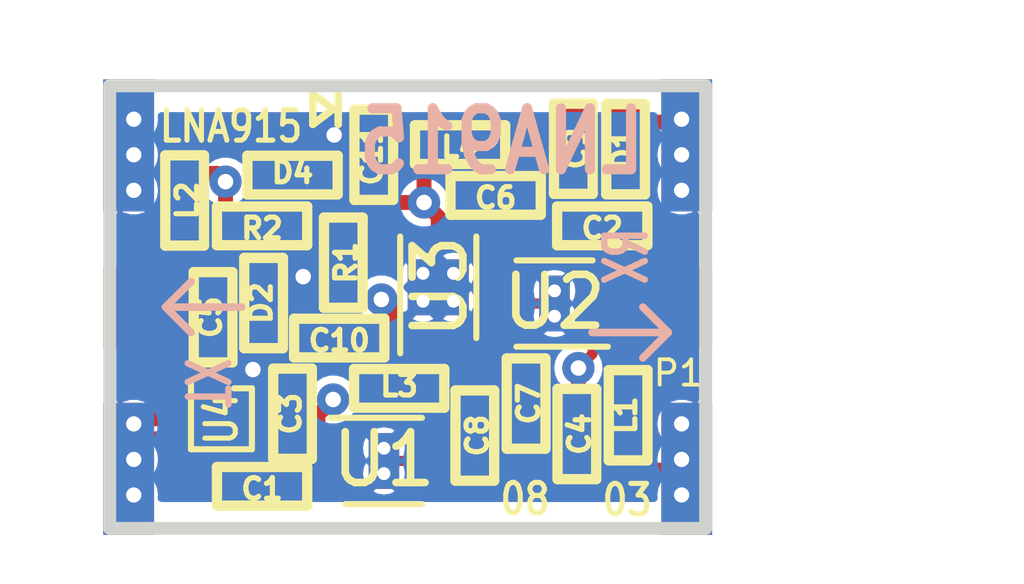
<source format=kicad_pcb>
(kicad_pcb (version 20221018) (generator pcbnew)
  (layers (0 "F.Cu" signal) (1 "In1.Cu" signal) (2 "In2.Cu" signal) (31 "B.Cu" signal) (34 "B.Paste" user) (35 "F.Paste" user) (36 "B.SilkS" user "B.Silkscreen") (37 "F.SilkS" user "F.Silkscreen") (38 "B.Mask" user) (39 "F.Mask" user) (44 "Edge.Cuts" user))
  (net 0 "")
  (net 1 "GND")
  (net 2 "VCC")
  (net 3 "Net-(C1-Pad1)")
  (net 4 "Net-(C1-Pad2)")
  (net 5 "Net-(C2-Pad1)")
  (net 6 "Net-(C2-Pad2)")
  (net 7 "Net-(C5-Pad1)")
  (net 8 "Net-(C5-Pad2)")
  (net 9 "Net-(C7-Pad2)")
  (net 10 "Net-(C8-Pad1)")
  (net 11 "Net-(C8-Pad2)")
  (net 12 "Net-(C10-Pad2)")
  (net 13 "Net-(C7-Pad1)")
  (net 14 "Net-(D4-Pad2)")
  (net 15 "Net-(C6-Pad1)")
  (net 16 "Net-(C6-Pad2)")
  (net 17 "Net-(R1-Pad2)")
  (footprint "gsg-modules:0402" (layer "F.Cu") (at 128.6 97.4 180)
    (fp_text reference "D4" (at 0 0.0508) (layer "F.SilkS") (effects (font (size 0.4064 0.4064) (thickness 0.1016))))
    (fp_text value "LNALED" hide)
    (fp_line (start -0.889 -0.381) (end 0.889 -0.381) (stroke (width 0.2032)) (layer "F.SilkS"))
    (fp_line (start -0.889 0.381) (end -0.889 -0.381) (stroke (width 0.2032)) (layer "F.SilkS"))
    (fp_line (start 0.889 -0.381) (end 0.889 0.381) (stroke (width 0.2032)) (layer "F.SilkS"))
    (fp_line (start 0.889 0.381) (end -0.889 0.381) (stroke (width 0.2032)) (layer "F.SilkS"))
    (pad "1" smd rect (at -0.5334 0 180) (size 0.508 0.5588) (layers "F.Cu" "F.Paste" "F.Mask") (net 1 "GND"))
    (pad "2" smd rect (at 0.5334 0 180) (size 0.508 0.5588) (layers "F.Cu" "F.Paste" "F.Mask") (net 14 "Net-(D4-Pad2)"))
  )
  (footprint "gsg-modules:0402" (layer "F.Cu") (at 134.2 102.5 90)
    (fp_text reference "C4" (at 0 0.0508 90) (layer "F.SilkS") (effects (font (size 0.4064 0.4064) (thickness 0.1016))))
    (fp_text value "100pF" hide)
    (fp_line (start -0.889 -0.381) (end 0.889 -0.381) (stroke (width 0.2032)) (layer "F.SilkS"))
    (fp_line (start -0.889 0.381) (end -0.889 -0.381) (stroke (width 0.2032)) (layer "F.SilkS"))
    (fp_line (start 0.889 -0.381) (end 0.889 0.381) (stroke (width 0.2032)) (layer "F.SilkS"))
    (fp_line (start 0.889 0.381) (end -0.889 0.381) (stroke (width 0.2032)) (layer "F.SilkS"))
    (pad "1" smd rect (at -0.5334 0 90) (size 0.508 0.5588) (layers "F.Cu" "F.Paste" "F.Mask") (net 1 "GND"))
    (pad "2" smd rect (at 0.5334 0 90) (size 0.508 0.5588) (layers "F.Cu" "F.Paste" "F.Mask") (net 2 "VCC"))
  )
  (footprint "gsg-modules:0402" (layer "F.Cu") (at 127.035 100.2 -90)
    (fp_text reference "C5" (at 0 0.0508 90) (layer "F.SilkS") (effects (font (size 0.4064 0.4064) (thickness 0.1016))))
    (fp_text value "100pF" hide)
    (fp_line (start -0.889 -0.381) (end 0.889 -0.381) (stroke (width 0.2032)) (layer "F.SilkS"))
    (fp_line (start -0.889 0.381) (end -0.889 -0.381) (stroke (width 0.2032)) (layer "F.SilkS"))
    (fp_line (start 0.889 -0.381) (end 0.889 0.381) (stroke (width 0.2032)) (layer "F.SilkS"))
    (fp_line (start 0.889 0.381) (end -0.889 0.381) (stroke (width 0.2032)) (layer "F.SilkS"))
    (pad "1" smd rect (at -0.5334 0 270) (size 0.508 0.5588) (layers "F.Cu" "F.Paste" "F.Mask") (net 7 "Net-(C5-Pad1)"))
    (pad "2" smd rect (at 0.5334 0 270) (size 0.508 0.5588) (layers "F.Cu" "F.Paste" "F.Mask") (net 8 "Net-(C5-Pad2)"))
  )
  (footprint "gsg-modules:0402" (layer "F.Cu") (at 128 103.53)
    (fp_text reference "C1" (at 0 0.0508) (layer "F.SilkS") (effects (font (size 0.4064 0.4064) (thickness 0.1016))))
    (fp_text value "100pF" hide)
    (fp_line (start -0.889 -0.381) (end 0.889 -0.381) (stroke (width 0.2032)) (layer "F.SilkS"))
    (fp_line (start -0.889 0.381) (end -0.889 -0.381) (stroke (width 0.2032)) (layer "F.SilkS"))
    (fp_line (start 0.889 -0.381) (end 0.889 0.381) (stroke (width 0.2032)) (layer "F.SilkS"))
    (fp_line (start 0.889 0.381) (end -0.889 0.381) (stroke (width 0.2032)) (layer "F.SilkS"))
    (pad "1" smd rect (at -0.5334 0) (size 0.508 0.5588) (layers "F.Cu" "F.Paste" "F.Mask") (net 3 "Net-(C1-Pad1)"))
    (pad "2" smd rect (at 0.5334 0) (size 0.508 0.5588) (layers "F.Cu" "F.Paste" "F.Mask") (net 4 "Net-(C1-Pad2)"))
  )
  (footprint "gsg-modules:0402" (layer "F.Cu") (at 128.03 99.92 -90)
    (fp_text reference "D2" (at 0 0.0508 90) (layer "F.SilkS") (effects (font (size 0.4064 0.4064) (thickness 0.1016))))
    (fp_text value "D_TVS" hide)
    (fp_line (start -0.889 -0.381) (end 0.889 -0.381) (stroke (width 0.2032)) (layer "F.SilkS"))
    (fp_line (start -0.889 0.381) (end -0.889 -0.381) (stroke (width 0.2032)) (layer "F.SilkS"))
    (fp_line (start 0.889 -0.381) (end 0.889 0.381) (stroke (width 0.2032)) (layer "F.SilkS"))
    (fp_line (start 0.889 0.381) (end -0.889 0.381) (stroke (width 0.2032)) (layer "F.SilkS"))
    (pad "1" smd rect (at -0.5334 0 270) (size 0.508 0.5588) (layers "F.Cu" "F.Paste" "F.Mask") (net 1 "GND"))
    (pad "2" smd rect (at 0.5334 0 270) (size 0.508 0.5588) (layers "F.Cu" "F.Paste" "F.Mask") (net 8 "Net-(C5-Pad2)"))
  )
  (footprint "gsg-modules:0402" (layer "F.Cu") (at 128.6 102.1 -90)
    (fp_text reference "C3" (at 0 0.0508 90) (layer "F.SilkS") (effects (font (size 0.4064 0.4064) (thickness 0.1016))))
    (fp_text value "100pF" hide)
    (fp_line (start -0.889 -0.381) (end 0.889 -0.381) (stroke (width 0.2032)) (layer "F.SilkS"))
    (fp_line (start -0.889 0.381) (end -0.889 -0.381) (stroke (width 0.2032)) (layer "F.SilkS"))
    (fp_line (start 0.889 -0.381) (end 0.889 0.381) (stroke (width 0.2032)) (layer "F.SilkS"))
    (fp_line (start 0.889 0.381) (end -0.889 0.381) (stroke (width 0.2032)) (layer "F.SilkS"))
    (pad "1" smd rect (at -0.5334 0 270) (size 0.508 0.5588) (layers "F.Cu" "F.Paste" "F.Mask") (net 1 "GND"))
    (pad "2" smd rect (at 0.5334 0 270) (size 0.508 0.5588) (layers "F.Cu" "F.Paste" "F.Mask") (net 2 "VCC"))
  )
  (footprint "gsg-modules:0402" (layer "F.Cu") (at 126.475 97.9 90)
    (fp_text reference "L2" (at 0 0.0508 90) (layer "F.SilkS") (effects (font (size 0.4064 0.4064) (thickness 0.1016))))
    (fp_text value "39nH" hide)
    (fp_line (start -0.889 -0.381) (end 0.889 -0.381) (stroke (width 0.2032)) (layer "F.SilkS"))
    (fp_line (start -0.889 0.381) (end -0.889 -0.381) (stroke (width 0.2032)) (layer "F.SilkS"))
    (fp_line (start 0.889 -0.381) (end 0.889 0.381) (stroke (width 0.2032)) (layer "F.SilkS"))
    (fp_line (start 0.889 0.381) (end -0.889 0.381) (stroke (width 0.2032)) (layer "F.SilkS"))
    (pad "1" smd rect (at -0.5334 0 90) (size 0.508 0.5588) (layers "F.Cu" "F.Paste" "F.Mask") (net 7 "Net-(C5-Pad1)"))
    (pad "2" smd rect (at 0.5334 0 90) (size 0.508 0.5588) (layers "F.Cu" "F.Paste" "F.Mask") (net 2 "VCC"))
  )
  (footprint "gsg-modules:0402" (layer "F.Cu") (at 129.52 100.61)
    (fp_text reference "C10" (at 0 0.0508) (layer "F.SilkS") (effects (font (size 0.4064 0.4064) (thickness 0.1016))))
    (fp_text value "1uF" hide)
    (fp_line (start -0.889 -0.381) (end 0.889 -0.381) (stroke (width 0.2032)) (layer "F.SilkS"))
    (fp_line (start -0.889 0.381) (end -0.889 -0.381) (stroke (width 0.2032)) (layer "F.SilkS"))
    (fp_line (start 0.889 -0.381) (end 0.889 0.381) (stroke (width 0.2032)) (layer "F.SilkS"))
    (fp_line (start 0.889 0.381) (end -0.889 0.381) (stroke (width 0.2032)) (layer "F.SilkS"))
    (pad "1" smd rect (at -0.5334 0) (size 0.508 0.5588) (layers "F.Cu" "F.Paste" "F.Mask") (net 1 "GND"))
    (pad "2" smd rect (at 0.5334 0) (size 0.508 0.5588) (layers "F.Cu" "F.Paste" "F.Mask") (net 12 "Net-(C10-Pad2)"))
  )
  (footprint "gsg-modules:0402" (layer "F.Cu") (at 132.6 97.8)
    (fp_text reference "C6" (at 0 0.0508) (layer "F.SilkS") (effects (font (size 0.4064 0.4064) (thickness 0.1016))))
    (fp_text value "100pF" hide)
    (fp_line (start -0.889 -0.381) (end 0.889 -0.381) (stroke (width 0.2032)) (layer "F.SilkS"))
    (fp_line (start -0.889 0.381) (end -0.889 -0.381) (stroke (width 0.2032)) (layer "F.SilkS"))
    (fp_line (start 0.889 -0.381) (end 0.889 0.381) (stroke (width 0.2032)) (layer "F.SilkS"))
    (fp_line (start 0.889 0.381) (end -0.889 0.381) (stroke (width 0.2032)) (layer "F.SilkS"))
    (pad "1" smd rect (at -0.5334 0) (size 0.508 0.5588) (layers "F.Cu" "F.Paste" "F.Mask") (net 15 "Net-(C6-Pad1)"))
    (pad "2" smd rect (at 0.5334 0) (size 0.508 0.5588) (layers "F.Cu" "F.Paste" "F.Mask") (net 16 "Net-(C6-Pad2)"))
  )
  (footprint "gsg-modules:0402" (layer "F.Cu") (at 134.7 98.4)
    (fp_text reference "C2" (at 0 0.0508) (layer "F.SilkS") (effects (font (size 0.4064 0.4064) (thickness 0.1016))))
    (fp_text value "100pF" hide)
    (fp_line (start -0.889 -0.381) (end 0.889 -0.381) (stroke (width 0.2032)) (layer "F.SilkS"))
    (fp_line (start -0.889 0.381) (end -0.889 -0.381) (stroke (width 0.2032)) (layer "F.SilkS"))
    (fp_line (start 0.889 -0.381) (end 0.889 0.381) (stroke (width 0.2032)) (layer "F.SilkS"))
    (fp_line (start 0.889 0.381) (end -0.889 0.381) (stroke (width 0.2032)) (layer "F.SilkS"))
    (pad "1" smd rect (at -0.5334 0) (size 0.508 0.5588) (layers "F.Cu" "F.Paste" "F.Mask") (net 5 "Net-(C2-Pad1)"))
    (pad "2" smd rect (at 0.5334 0) (size 0.508 0.5588) (layers "F.Cu" "F.Paste" "F.Mask") (net 6 "Net-(C2-Pad2)"))
  )
  (footprint "gsg-modules:0402" (layer "F.Cu") (at 130.2 97 -90)
    (fp_text reference "C11" (at 0 0.0508 90) (layer "F.SilkS") (effects (font (size 0.4064 0.4064) (thickness 0.1016))))
    (fp_text value "1uF" hide)
    (fp_line (start -0.889 -0.381) (end 0.889 -0.381) (stroke (width 0.2032)) (layer "F.SilkS"))
    (fp_line (start -0.889 0.381) (end -0.889 -0.381) (stroke (width 0.2032)) (layer "F.SilkS"))
    (fp_line (start 0.889 -0.381) (end 0.889 0.381) (stroke (width 0.2032)) (layer "F.SilkS"))
    (fp_line (start 0.889 0.381) (end -0.889 0.381) (stroke (width 0.2032)) (layer "F.SilkS"))
    (pad "1" smd rect (at -0.5334 0 270) (size 0.508 0.5588) (layers "F.Cu" "F.Paste" "F.Mask") (net 1 "GND"))
    (pad "2" smd rect (at 0.5334 0 270) (size 0.508 0.5588) (layers "F.Cu" "F.Paste" "F.Mask") (net 2 "VCC"))
  )
  (footprint "gsg-modules:0402" (layer "F.Cu") (at 129.6 99.125 90)
    (fp_text reference "R1" (at 0 0.0508 90) (layer "F.SilkS") (effects (font (size 0.4064 0.4064) (thickness 0.1016))))
    (fp_text value "3k" hide)
    (fp_line (start -0.889 -0.381) (end 0.889 -0.381) (stroke (width 0.2032)) (layer "F.SilkS"))
    (fp_line (start -0.889 0.381) (end -0.889 -0.381) (stroke (width 0.2032)) (layer "F.SilkS"))
    (fp_line (start 0.889 -0.381) (end 0.889 0.381) (stroke (width 0.2032)) (layer "F.SilkS"))
    (fp_line (start 0.889 0.381) (end -0.889 0.381) (stroke (width 0.2032)) (layer "F.SilkS"))
    (pad "1" smd rect (at -0.5334 0 90) (size 0.508 0.5588) (layers "F.Cu" "F.Paste" "F.Mask") (net 2 "VCC"))
    (pad "2" smd rect (at 0.5334 0 90) (size 0.508 0.5588) (layers "F.Cu" "F.Paste" "F.Mask") (net 17 "Net-(R1-Pad2)"))
  )
  (footprint "gsg-modules:0402" (layer "F.Cu") (at 128 98.4)
    (fp_text reference "R2" (at 0 0.0508) (layer "F.SilkS") (effects (font (size 0.4064 0.4064) (thickness 0.1016))))
    (fp_text value "470" hide)
    (fp_line (start -0.889 -0.381) (end 0.889 -0.381) (stroke (width 0.2032)) (layer "F.SilkS"))
    (fp_line (start -0.889 0.381) (end -0.889 -0.381) (stroke (width 0.2032)) (layer "F.SilkS"))
    (fp_line (start 0.889 -0.381) (end 0.889 0.381) (stroke (width 0.2032)) (layer "F.SilkS"))
    (fp_line (start 0.889 0.381) (end -0.889 0.381) (stroke (width 0.2032)) (layer "F.SilkS"))
    (pad "1" smd rect (at -0.5334 0) (size 0.508 0.5588) (layers "F.Cu" "F.Paste" "F.Mask") (net 2 "VCC"))
    (pad "2" smd rect (at 0.5334 0) (size 0.508 0.5588) (layers "F.Cu" "F.Paste" "F.Mask") (net 14 "Net-(D4-Pad2)"))
  )
  (footprint "gsg-modules:0402" (layer "F.Cu") (at 135.16 96.89 -90)
    (fp_text reference "D1" (at 0 0.0508 90) (layer "F.SilkS") (effects (font (size 0.4064 0.4064) (thickness 0.1016))))
    (fp_text value "D_TVS" hide)
    (fp_line (start -0.889 -0.381) (end 0.889 -0.381) (stroke (width 0.2032)) (layer "F.SilkS"))
    (fp_line (start -0.889 0.381) (end -0.889 -0.381) (stroke (width 0.2032)) (layer "F.SilkS"))
    (fp_line (start 0.889 -0.381) (end 0.889 0.381) (stroke (width 0.2032)) (layer "F.SilkS"))
    (fp_line (start 0.889 0.381) (end -0.889 0.381) (stroke (width 0.2032)) (layer "F.SilkS"))
    (pad "1" smd rect (at -0.5334 0 270) (size 0.508 0.5588) (layers "F.Cu" "F.Paste" "F.Mask") (net 1 "GND"))
    (pad "2" smd rect (at 0.5334 0 270) (size 0.508 0.5588) (layers "F.Cu" "F.Paste" "F.Mask") (net 6 "Net-(C2-Pad2)"))
  )
  (footprint "gsg-modules:0402" (layer "F.Cu") (at 133.2 101.9 90)
    (fp_text reference "C7" (at 0 0.0508 90) (layer "F.SilkS") (effects (font (size 0.4064 0.4064) (thickness 0.1016))))
    (fp_text value "100pF" hide)
    (fp_line (start -0.889 -0.381) (end 0.889 -0.381) (stroke (width 0.2032)) (layer "F.SilkS"))
    (fp_line (start -0.889 0.381) (end -0.889 -0.381) (stroke (width 0.2032)) (layer "F.SilkS"))
    (fp_line (start 0.889 -0.381) (end 0.889 0.381) (stroke (width 0.2032)) (layer "F.SilkS"))
    (fp_line (start 0.889 0.381) (end -0.889 0.381) (stroke (width 0.2032)) (layer "F.SilkS"))
    (pad "1" smd rect (at -0.5334 0 90) (size 0.508 0.5588) (layers "F.Cu" "F.Paste" "F.Mask") (net 13 "Net-(C7-Pad1)"))
    (pad "2" smd rect (at 0.5334 0 90) (size 0.508 0.5588) (layers "F.Cu" "F.Paste" "F.Mask") (net 9 "Net-(C7-Pad2)"))
  )
  (footprint "gsg-modules:0402" (layer "F.Cu") (at 132.19 102.53 90)
    (fp_text reference "C8" (at 0 0.0508 90) (layer "F.SilkS") (effects (font (size 0.4064 0.4064) (thickness 0.1016))))
    (fp_text value "100pF" hide)
    (fp_line (start -0.889 -0.381) (end 0.889 -0.381) (stroke (width 0.2032)) (layer "F.SilkS"))
    (fp_line (start -0.889 0.381) (end -0.889 -0.381) (stroke (width 0.2032)) (layer "F.SilkS"))
    (fp_line (start 0.889 -0.381) (end 0.889 0.381) (stroke (width 0.2032)) (layer "F.SilkS"))
    (fp_line (start 0.889 0.381) (end -0.889 0.381) (stroke (width 0.2032)) (layer "F.SilkS"))
    (pad "1" smd rect (at -0.5334 0 90) (size 0.508 0.5588) (layers "F.Cu" "F.Paste" "F.Mask") (net 10 "Net-(C8-Pad1)"))
    (pad "2" smd rect (at 0.5334 0 90) (size 0.508 0.5588) (layers "F.Cu" "F.Paste" "F.Mask") (net 11 "Net-(C8-Pad2)"))
  )
  (footprint "gsg-modules:0402" (layer "F.Cu") (at 130.7 101.6 180)
    (fp_text reference "L3" (at 0 0.0508) (layer "F.SilkS") (effects (font (size 0.4064 0.4064) (thickness 0.1016))))
    (fp_text value "39nH" hide)
    (fp_line (start -0.889 -0.381) (end 0.889 -0.381) (stroke (width 0.2032)) (layer "F.SilkS"))
    (fp_line (start -0.889 0.381) (end -0.889 -0.381) (stroke (width 0.2032)) (layer "F.SilkS"))
    (fp_line (start 0.889 -0.381) (end 0.889 0.381) (stroke (width 0.2032)) (layer "F.SilkS"))
    (fp_line (start 0.889 0.381) (end -0.889 0.381) (stroke (width 0.2032)) (layer "F.SilkS"))
    (pad "1" smd rect (at -0.5334 0 180) (size 0.508 0.5588) (layers "F.Cu" "F.Paste" "F.Mask") (net 11 "Net-(C8-Pad2)"))
    (pad "2" smd rect (at 0.5334 0 180) (size 0.508 0.5588) (layers "F.Cu" "F.Paste" "F.Mask") (net 12 "Net-(C10-Pad2)"))
  )
  (footprint "gsg-modules:GRF6011" (layer "F.Cu") (at 130.4 103.03)
    (fp_text reference "U1" (at 0 -0.03) (layer "F.SilkS"))
    (fp_text value "SWITCH")
    (fp_line (start 0.75 -0.85) (end -1.05 -0.85) (stroke (width 0.12)) (layer "F.SilkS"))
    (fp_line (start 0.75 0.85) (end -0.75 0.85) (stroke (width 0.12)) (layer "F.SilkS"))
    (pad "1" smd rect (at -0.75 -0.5) (size 0.4 0.2) (layers "F.Cu" "F.Paste" "F.Mask") (net 2 "VCC"))
    (pad "2" smd rect (at -0.75 0) (size 0.4 0.2) (layers "F.Cu" "F.Paste" "F.Mask") (net 2 "VCC"))
    (pad "3" smd rect (at -0.75 0.5) (size 0.4 0.2) (layers "F.Cu" "F.Paste" "F.Mask") (net 4 "Net-(C1-Pad2)"))
    (pad "4" smd rect (at 0.75 0.5) (size 0.4 0.2) (layers "F.Cu" "F.Paste" "F.Mask") (net 10 "Net-(C8-Pad1)"))
    (pad "5" smd rect (at 0.75 0) (size 0.4 0.2) (layers "F.Cu" "F.Paste" "F.Mask") (net 1 "GND"))
    (pad "6" smd rect (at 0.75 -0.5) (size 0.4 0.2) (layers "F.Cu" "F.Paste" "F.Mask") (net 13 "Net-(C7-Pad1)"))
    (pad "7" smd rect (at 0 -0.45) (size 0.6 0.2) (layers "F.Cu" "F.Paste") (net 1 "GND"))
    (pad "7" thru_hole circle (at 0 -0.25) (size 0.508 0.508) (drill 0.254) (layers "*.Cu" "*.Mask") (net 1 "GND"))
    (pad "7" smd rect (at 0 0) (size 0.6 0.3) (layers "F.Cu" "F.Paste") (net 1 "GND"))
    (pad "7" smd rect (at 0 0) (size 0.6 1.1) (layers "F.Cu" "F.Mask") (net 1 "GND"))
    (pad "7" smd rect (at 0 0) (size 0.6 1.1) (layers "B.Cu") (net 1 "GND"))
    (pad "7" thru_hole circle (at 0 0.25) (size 0.508 0.508) (drill 0.254) (layers "*.Cu" "*.Mask") (net 1 "GND"))
    (pad "7" smd rect (at 0 0.45) (size 0.6 0.2) (layers "F.Cu" "F.Paste") (net 1 "GND"))
  )
  (footprint "gsg-modules:F5Q" (layer "F.Cu") (at 127.2 102.2 -90)
    (fp_text reference "U4" (at 0 0 90) (layer "F.SilkS") (effects (font (size 0.6 0.5) (thickness 0.1))))
    (fp_text value "SAW")
    (fp_line (start -0.6 -0.6) (end -0.6 -0.25) (stroke (width 0.12)) (layer "F.SilkS"))
    (fp_line (start -0.6 -0.6) (end 0.6 -0.6) (stroke (width 0.12)) (layer "F.SilkS"))
    (fp_line (start 0.6 -0.6) (end 0.6 0.6) (stroke (width 0.12)) (layer "F.SilkS"))
    (fp_line (start 0.6 0.6) (end -0.7508 0.6) (stroke (width 0.12)) (layer "F.SilkS"))
    (pad "1" smd rect (at -0.495 0 270) (size 0.4 0.25) (layers "F.Cu" "F.Paste" "F.Mask") (net 8 "Net-(C5-Pad2)"))
    (pad "2" smd rect (at 0 0.325 270) (size 0.25 0.4) (layers "F.Cu" "F.Paste" "F.Mask") (net 1 "GND"))
    (pad "3" smd rect (at 0.395 0.325 270) (size 0.25 0.4) (layers "F.Cu" "F.Paste" "F.Mask") (net 1 "GND"))
    (pad "4" smd rect (at 0.395 -0.325 270) (size 0.25 0.4) (layers "F.Cu" "F.Paste" "F.Mask") (net 3 "Net-(C1-Pad1)"))
    (pad "5" smd rect (at 0 -0.325 270) (size 0.25 0.4) (layers "F.Cu" "F.Paste" "F.Mask") (net 1 "GND"))
  )
  (footprint "gsg-modules:GRF6011" (layer "F.Cu") (at 133.76 99.93 180)
    (fp_text reference "U2" (at 0 0.03) (layer "F.SilkS"))
    (fp_text value "SWITCH")
    (fp_line (start 0.75 -0.85) (end -1.05 -0.85) (stroke (width 0.12)) (layer "F.SilkS"))
    (fp_line (start 0.75 0.85) (end -0.75 0.85) (stroke (width 0.12)) (layer "F.SilkS"))
    (pad "1" smd rect (at -0.75 -0.5 180) (size 0.4 0.2) (layers "F.Cu" "F.Paste" "F.Mask") (net 2 "VCC"))
    (pad "2" smd rect (at -0.75 0 180) (size 0.4 0.2) (layers "F.Cu" "F.Paste" "F.Mask") (net 2 "VCC"))
    (pad "3" smd rect (at -0.75 0.5 180) (size 0.4 0.2) (layers "F.Cu" "F.Paste" "F.Mask") (net 5 "Net-(C2-Pad1)"))
    (pad "4" smd rect (at 0.75 0.5 180) (size 0.4 0.2) (layers "F.Cu" "F.Paste" "F.Mask") (net 16 "Net-(C6-Pad2)"))
    (pad "5" smd rect (at 0.75 0 180) (size 0.4 0.2) (layers "F.Cu" "F.Paste" "F.Mask") (net 1 "GND"))
    (pad "6" smd rect (at 0.75 -0.5 180) (size 0.4 0.2) (layers "F.Cu" "F.Paste" "F.Mask") (net 9 "Net-(C7-Pad2)"))
    (pad "7" smd rect (at 0 -0.45 180) (size 0.6 0.2) (layers "F.Cu" "F.Paste") (net 1 "GND"))
    (pad "7" thru_hole circle (at 0 -0.25 180) (size 0.508 0.508) (drill 0.254) (layers "*.Cu" "*.Mask") (net 1 "GND"))
    (pad "7" smd rect (at 0 0 180) (size 0.6 0.3) (layers "F.Cu" "F.Paste") (net 1 "GND"))
    (pad "7" smd rect (at 0 0 180) (size 0.6 1.1) (layers "F.Cu" "F.Mask") (net 1 "GND"))
    (pad "7" smd rect (at 0 0 180) (size 0.6 1.1) (layers "B.Cu") (net 1 "GND"))
    (pad "7" thru_hole circle (at 0 0.25 180) (size 0.508 0.508) (drill 0.254) (layers "*.Cu" "*.Mask") (net 1 "GND"))
    (pad "7" smd rect (at 0 0.45 180) (size 0.6 0.2) (layers "F.Cu" "F.Paste") (net 1 "GND"))
  )
  (footprint "gsg-modules:TSLP-7-1" (layer "F.Cu") (at 131.47 99.61)
    (fp_text reference "U3" (at 0.03 -0.01 90) (layer "F.SilkS"))
    (fp_text value "LNA")
    (fp_line (start -0.75 -1) (end -0.75 1.3) (stroke (width 0.12)) (layer "F.SilkS"))
    (fp_line (start 0.75 -1) (end 0.75 1) (stroke (width 0.12)) (layer "F.SilkS"))
    (pad "1" smd rect (at -0.5 0.925) (size 0.3 0.35) (layers "F.Cu" "F.Paste" "F.Mask") (net 2 "VCC"))
    (pad "2" smd rect (at 0 0.925) (size 0.3 0.35) (layers "F.Cu" "F.Paste" "F.Mask") (net 12 "Net-(C10-Pad2)"))
    (pad "3" smd rect (at 0.5 0.925) (size 0.3 0.35) (layers "F.Cu" "F.Paste" "F.Mask") (net 11 "Net-(C8-Pad2)"))
    (pad "4" smd rect (at 0.5 -0.925) (size 0.3 0.35) (layers "F.Cu" "F.Paste" "F.Mask") (net 15 "Net-(C6-Pad1)"))
    (pad "5" smd rect (at 0 -0.925) (size 0.3 0.35) (layers "F.Cu" "F.Paste" "F.Mask") (net 2 "VCC"))
    (pad "6" smd rect (at -0.5 -0.925) (size 0.3 0.35) (layers "F.Cu" "F.Paste" "F.Mask") (net 17 "Net-(R1-Pad2)"))
    (pad "7" smd rect (at -0.45 -0.4) (size 0.3 0.3) (layers "F.Cu" "F.Paste") (net 1 "GND"))
    (pad "7" smd rect (at -0.45 0) (size 0.3 0.3) (layers "F.Cu" "F.Paste") (net 1 "GND"))
    (pad "7" smd rect (at -0.45 0.4) (size 0.3 0.3) (layers "F.Cu" "F.Paste") (net 1 "GND"))
    (pad "7" thru_hole circle (at -0.3 -0.275) (size 0.5 0.5) (drill 0.254) (layers "*.Cu" "*.Mask") (net 1 "GND"))
    (pad "7" thru_hole circle (at -0.3 0.275) (size 0.5 0.5) (drill 0.254) (layers "*.Cu" "*.Mask") (net 1 "GND"))
    (pad "7" smd rect (at 0 -0.4) (size 0.3 0.3) (layers "F.Cu" "F.Paste") (net 1 "GND"))
    (pad "7" smd rect (at 0 0) (size 0.3 0.3) (layers "F.Cu" "F.Paste") (net 1 "GND"))
    (pad "7" smd rect (at 0 0) (size 1.2 1.1) (layers "F.Cu" "F.Mask") (net 1 "GND"))
    (pad "7" smd rect (at 0 0) (size 1.2 1.1) (layers "B.Cu") (net 1 "GND"))
    (pad "7" smd rect (at 0 0.4) (size 0.3 0.3) (layers "F.Cu" "F.Paste") (net 1 "GND"))
    (pad "7" thru_hole circle (at 0.3 -0.275) (size 0.5 0.5) (drill 0.254) (layers "*.Cu" "*.Mask") (net 1 "GND"))
    (pad "7" thru_hole circle (at 0.3 0.275) (size 0.5 0.5) (drill 0.254) (layers "*.Cu" "*.Mask") (net 1 "GND"))
    (pad "7" smd rect (at 0.45 -0.4) (size 0.3 0.3) (layers "F.Cu" "F.Paste") (net 1 "GND"))
    (pad "7" smd rect (at 0.45 0) (size 0.3 0.3) (layers "F.Cu" "F.Paste") (net 1 "GND"))
    (pad "7" smd rect (at 0.45 0.4) (size 0.3 0.3) (layers "F.Cu" "F.Paste") (net 1 "GND"))
  )
  (footprint "gsg-modules:SMA-KIT-1.5MF" (layer "F.Cu") (at 136.863 100 180)
    (fp_text reference "P1" (at 0.663 -1.3) (layer "F.SilkS") (effects (font (size 0.5 0.5) (thickness 0.075))))
    (fp_text value "SMA-KIT-1.5MF")
    (pad "1" smd rect (at 0.75 0 180) (size 1.5 1.6) (layers "F.Cu" "F.Mask") (net 6 "Net-(C2-Pad2)"))
    (pad "2" smd rect (at 0.5 -3.185 180) (size 1 2.6) (layers "F.Cu" "F.Mask") (net 1 "GND"))
    (pad "2" smd rect (at 0.5 -3.185 180) (size 1 2.6) (layers "B.Cu" "B.Mask") (net 1 "GND"))
    (pad "2" smd rect (at 0.5 3.185 180) (size 1 2.6) (layers "F.Cu" "F.Mask") (net 1 "GND"))
    (pad "2" smd rect (at 0.5 3.185 180) (size 1 2.6) (layers "B.Cu" "B.Mask") (net 1 "GND"))
    (pad "2" thru_hole circle (at 0.6 -3.7 180) (size 0.64 0.64) (drill 0.3) (layers "*.Cu" "*.Mask") (net 1 "GND"))
    (pad "2" thru_hole circle (at 0.6 -3 180) (size 0.64 0.64) (drill 0.3) (layers "*.Cu" "*.Mask") (net 1 "GND"))
    (pad "2" thru_hole circle (at 0.6 -2.3 180) (size 0.64 0.64) (drill 0.3) (layers "*.Cu" "*.Mask") (net 1 "GND"))
    (pad "2" thru_hole circle (at 0.6 2.3 180) (size 0.64 0.64) (drill 0.3) (layers "*.Cu" "*.Mask") (net 1 "GND"))
    (pad "2" thru_hole circle (at 0.6 3 180) (size 0.64 0.64) (drill 0.3) (layers "*.Cu" "*.Mask") (net 1 "GND"))
    (pad "2" thru_hole circle (at 0.6 3.7 180) (size 0.64 0.64) (drill 0.3) (layers "*.Cu" "*.Mask") (net 1 "GND"))
    (pad "3" smd rect (at 11.24 0) (size 1.5 1.6) (layers "F.Cu" "F.Mask") (net 7 "Net-(C5-Pad1)"))
    (pad "4" thru_hole circle (at 11.39 -3.7) (size 0.64 0.64) (drill 0.3) (layers "*.Cu" "*.Mask") (net 1 "GND"))
    (pad "4" thru_hole circle (at 11.39 -3) (size 0.64 0.64) (drill 0.3) (layers "*.Cu" "*.Mask") (net 1 "GND"))
    (pad "4" thru_hole circle (at 11.39 -2.3) (size 0.64 0.64) (drill 0.3) (layers "*.Cu" "*.Mask") (net 1 "GND"))
    (pad "4" thru_hole circle (at 11.39 2.3) (size 0.64 0.64) (drill 0.3) (layers "*.Cu" "*.Mask") (net 1 "GND"))
    (pad "4" thru_hole circle (at 11.39 3) (size 0.64 0.64) (drill 0.3) (layers "*.Cu" "*.Mask") (net 1 "GND"))
    (pad "4" thru_hole circle (at 11.39 3.7) (size 0.64 0.64) (drill 0.3) (layers "*.Cu" "*.Mask") (net 1 "GND"))
    (pad "4" smd rect (at 11.49 -3.185) (size 1 2.6) (layers "F.Cu" "F.Mask") (net 1 "GND"))
    (pad "4" smd rect (at 11.49 -3.185) (size 1 2.6) (layers "B.Cu" "B.Mask") (net 1 "GND"))
    (pad "4" smd rect (at 11.49 3.185) (size 1 2.6) (layers "F.Cu" "F.Mask") (net 1 "GND"))
    (pad "4" smd rect (at 11.49 3.185) (size 1 2.6) (layers "B.Cu" "B.Mask") (net 1 "GND"))
  )
  (footprint "gsg-modules:0402" (layer "F.Cu") (at 135.21 102.13 -90)
    (fp_text reference "L1" (at 0 0.0508 90) (layer "F.SilkS") (effects (font (size 0.4064 0.4064) (thickness 0.1016))))
    (fp_text value "39nH" hide)
    (fp_line (start -0.889 -0.381) (end 0.889 -0.381) (stroke (width 0.2032)) (layer "F.SilkS"))
    (fp_line (start -0.889 0.381) (end -0.889 -0.381) (stroke (width 0.2032)) (layer "F.SilkS"))
    (fp_line (start 0.889 -0.381) (end 0.889 0.381) (stroke (width 0.2032)) (layer "F.SilkS"))
    (fp_line (start 0.889 0.381) (end -0.889 0.381) (stroke (width 0.2032)) (layer "F.SilkS"))
    (pad "1" smd rect (at -0.5334 0 270) (size 0.508 0.5588) (layers "F.Cu" "F.Paste" "F.Mask") (net 6 "Net-(C2-Pad2)"))
    (pad "2" smd rect (at 0.5334 0 270) (size 0.508 0.5588) (layers "F.Cu" "F.Paste" "F.Mask") (net 2 "VCC"))
  )
  (footprint "gsg-modules:0402" (layer "F.Cu") (at 131.9 96.8)
    (fp_text reference "L4" (at 0 0.0508) (layer "F.SilkS") (effects (font (size 0.4064 0.4064) (thickness 0.1016))))
    (fp_text value "39nH" hide)
    (fp_line (start -0.889 -0.381) (end 0.889 -0.381) (stroke (width 0.2032)) (layer "F.SilkS"))
    (fp_line (start -0.889 0.381) (end -0.889 -0.381) (stroke (width 0.2032)) (layer "F.SilkS"))
    (fp_line (start 0.889 -0.381) (end 0.889 0.381) (stroke (width 0.2032)) (layer "F.SilkS"))
    (fp_line (start 0.889 0.381) (end -0.889 0.381) (stroke (width 0.2032)) (layer "F.SilkS"))
    (pad "1" smd rect (at -0.5334 0) (size 0.508 0.5588) (layers "F.Cu" "F.Paste" "F.Mask") (net 2 "VCC"))
    (pad "2" smd rect (at 0.5334 0) (size 0.508 0.5588) (layers "F.Cu" "F.Paste" "F.Mask") (net 15 "Net-(C6-Pad1)"))
  )
  (footprint "gsg-modules:0402" (layer "F.Cu") (at 134.13 96.88 90)
    (fp_text reference "C9" (at 0 0.0508 90) (layer "F.SilkS") (effects (font (size 0.4064 0.4064) (thickness 0.1016))))
    (fp_text value "1 pF" hide)
    (fp_line (start -0.889 -0.381) (end 0.889 -0.381) (stroke (width 0.2032)) (layer "F.SilkS"))
    (fp_line (start -0.889 0.381) (end -0.889 -0.381) (stroke (width 0.2032)) (layer "F.SilkS"))
    (fp_line (start 0.889 -0.381) (end 0.889 0.381) (stroke (width 0.2032)) (layer "F.SilkS"))
    (fp_line (start 0.889 0.381) (end -0.889 0.381) (stroke (width 0.2032)) (layer "F.SilkS"))
    (pad "1" smd rect (at -0.5334 0 90) (size 0.508 0.5588) (layers "F.Cu" "F.Paste" "F.Mask") (net 5 "Net-(C2-Pad1)"))
    (pad "2" smd rect (at 0.5334 0 90) (size 0.508 0.5588) (layers "F.Cu" "F.Paste" "F.Mask") (net 1 "GND"))
  )
  (gr_line (start 126.6 99.5) (end 126.1 100) (stroke (width 0.15)) (layer "B.SilkS"))
  (gr_line (start 126.1 100) (end 126.6 100.5) (stroke (width 0.15)) (layer "B.SilkS"))
  (gr_line (start 126.1 100) (end 127.6 100) (stroke (width 0.15)) (layer "B.SilkS"))
  (gr_line (start 136 100.5) (end 134.5 100.5) (stroke (width 0.15)) (layer "B.SilkS"))
  (gr_line (start 136 100.5) (end 135.5 100) (stroke (width 0.15)) (layer "B.SilkS"))
  (gr_line (start 136 100.5) (end 135.5 101) (stroke (width 0.15)) (layer "B.SilkS"))
  (gr_line (start 129.4 96.1) (end 129 95.8) (stroke (width 0.15)) (layer "F.SilkS"))
  (gr_line (start 129 96.4) (end 129.4 96.1) (stroke (width 0.15)) (layer "F.SilkS"))
  (gr_line (start 129.5 95.8) (end 129.5 96.4) (stroke (width 0.15)) (layer "F.SilkS"))
  (gr_line (start 129 95.8) (end 129 96.4) (stroke (width 0.15)) (layer "F.SilkS"))
  (gr_line (start 125 95.642) (end 125 104.358) (stroke (width 0.254)) (layer "Edge.Cuts"))
  (gr_line (start 125 104.358) (end 136.736 104.358) (stroke (width 0.254)) (layer "Edge.Cuts"))
  (gr_line (start 136.736 95.642) (end 125 95.642) (stroke (width 0.254)) (layer "Edge.Cuts"))
  (gr_line (start 136.736 104.358) (end 136.736 95.642) (stroke (width 0.254)) (layer "Edge.Cuts"))
  (gr_text "RX" (at 135.175 99 90) (layer "B.SilkS") (effects (font (size 0.8 0.55) (thickness 0.125)) (justify mirror)))
  (gr_text "TX" (at 126.9 101.5 270) (layer "B.SilkS") (effects (font (size 0.8 0.55) (thickness 0.125)) (justify mirror)))
  (gr_text "LNA915" (at 132.72 96.74) (layer "B.SilkS") (effects (font (size 1.2 1) (thickness 0.2)) (justify mirror)))
  (gr_text "08" (at 133.18 103.78) (layer "F.SilkS") (effects (font (size 0.6 0.5) (thickness 0.1))))
  (gr_text "LNA915" (at 127.39 96.44) (layer "F.SilkS") (effects (font (size 0.6 0.5) (thickness 0.1))))
  (gr_text "03" (at 135.19 103.8) (layer "F.SilkS") (effects (font (size 0.6 0.5) (thickness 0.1))))
  (segment (start 129.1334 97.4) (end 129.1334 96.8966) (width 0.29337) (layer "F.Cu") (net 1))
  (segment (start 126.875 102.595) (end 125.768 102.595) (width 0.29337) (layer "F.Cu") (net 1))
  (segment (start 128.03 99.3866) (end 128.7966 99.3866) (width 0.29337) (layer "F.Cu") (net 1))
  (segment (start 131.15 103.03) (end 130.4 103.03) (width 0.2) (layer "F.Cu") (net 1))
  (segment (start 125.573 102.2) (end 125.473 102.3) (width 0.29337) (layer "F.Cu") (net 1))
  (segment (start 128.9866 99.5766) (end 128.81 99.4) (width 0.29337) (layer "F.Cu") (net 1))
  (segment (start 128.6 101.5666) (end 128.6 101.55) (width 0.29337) (layer "F.Cu") (net 1))
  (segment (start 127.525 102.2) (end 127.9666 102.2) (width 0.29337) (layer "F.Cu") (net 1))
  (segment (start 136.053 103.21) (end 136.263 103) (width 0.29337) (layer "F.Cu") (net 1))
  (segment (start 128.6 101.55) (end 128.28 101.23) (width 0.29337) (layer "F.Cu") (net 1))
  (segment (start 128.7966 99.3866) (end 128.81 99.4) (width 0.29337) (layer "F.Cu") (net 1))
  (segment (start 129.5634 96.4666) (end 130.2 96.4666) (width 0.29337) (layer "F.Cu") (net 1))
  (segment (start 128.28 101.23) (end 127.82 101.23) (width 0.29337) (layer "F.Cu") (net 1))
  (segment (start 135.16 96.3566) (end 136.2064 96.3566) (width 0.29337) (layer "F.Cu") (net 1))
  (segment (start 128.9 100.61) (end 128.28 101.23) (width 0.29337) (layer "F.Cu") (net 1))
  (segment (start 134.13 96.3466) (end 135.15 96.3466) (width 0.29337) (layer "F.Cu") (net 1))
  (segment (start 128.9866 100.61) (end 128.9 100.61) (width 0.29337) (layer "F.Cu") (net 1))
  (segment (start 127.9666 102.2) (end 128.6 101.5666) (width 0.29337) (layer "F.Cu") (net 1))
  (segment (start 129.1334 96.8966) (end 129.42 96.61) (width 0.29337) (layer "F.Cu") (net 1))
  (segment (start 134.3766 103.21) (end 136.053 103.21) (width 0.29337) (layer "F.Cu") (net 1))
  (segment (start 135.15 96.3466) (end 135.16 96.3566) (width 0.29337) (layer "F.Cu") (net 1))
  (segment (start 126.875 102.2) (end 125.573 102.2) (width 0.29337) (layer "F.Cu") (net 1))
  (segment (start 128.9866 100.61) (end 128.9866 99.5766) (width 0.29337) (layer "F.Cu") (net 1))
  (segment (start 129.42 96.61) (end 129.5634 96.4666) (width 0.29337) (layer "F.Cu") (net 1))
  (segment (start 134.2 103.0334) (end 134.3766 103.21) (width 0.29337) (layer "F.Cu") (net 1))
  (segment (start 136.2064 96.3566) (end 136.263 96.3) (width 0.29337) (layer "F.Cu") (net 1))
  (segment (start 133.01 99.93) (end 133.76 99.93) (width 0.2) (layer "F.Cu") (net 1))
  (segment (start 125.768 102.595) (end 125.473 102.3) (width 0.29337) (layer "F.Cu") (net 1))
  (via (at 128.81 99.4) (size 0.635) (drill 0.3048) (layers "F.Cu" "B.Cu") (net 1))
  (via (at 127.82 101.23) (size 0.635) (drill 0.3048) (layers "F.Cu" "B.Cu") (net 1))
  (via (at 129.42 96.61) (size 0.635) (drill 0.3048) (layers "F.Cu" "B.Cu") (net 1))
  (segment (start 130.6066 97.94) (end 130.2 97.5334) (width 0.29337) (layer "F.Cu") (net 2))
  (segment (start 134.51 100.43) (end 134.51 100.92) (width 0.2) (layer "F.Cu") (net 2))
  (segment (start 134.51 99.93) (end 134.51 100.43) (width 0.2) (layer "F.Cu") (net 2))
  (segment (start 134.23 101.2) (end 134.23 101.9366) (width 0.29337) (layer "F.Cu") (net 2))
  (segment (start 131.19 97.94) (end 130.6066 97.94) (width 0.29337) (layer "F.Cu") (net 2))
  (segment (start 128.6 102.6334) (end 128.7466 102.6334) (width 0.29337) (layer "F.Cu") (net 2))
  (segment (start 129.1 102.53) (end 128.8583 102.7717) (width 0.29337) (layer "F.Cu") (net 2))
  (segment (start 134.23 101.9366) (end 134.2 101.9666) (width 0.29337) (layer "F.Cu") (net 2))
  (segment (start 135.21 102.6634) (end 135.0534 102.6634) (width 0.29337) (layer "F.Cu") (net 2))
  (segment (start 129.1 102.12) (end 129.4 101.82) (width 0.29337) (layer "F.Cu") (net 2))
  (segment (start 128.9966 103.03) (end 128.8583 102.8917) (width 0.29337) (layer "F.Cu") (net 2))
  (segment (start 128.8583 102.8917) (end 128.6 102.6334) (width 0.29337) (layer "F.Cu") (net 2))
  (segment (start 130.35 99.85) (end 129.7916 99.85) (width 0.29337) (layer "F.Cu") (net 2))
  (segment (start 131.47 98.685) (end 131.47 98.22) (width 0.29337) (layer "F.Cu") (net 2))
  (segment (start 135.0534 102.6634) (end 134.3566 101.9666) (width 0.29337) (layer "F.Cu") (net 2))
  (segment (start 134.51 100.92) (end 134.23 101.2) (width 0.2) (layer "F.Cu") (net 2))
  (segment (start 128.9966 103.03) (end 129.27 103.03) (width 0.29337) (layer "F.Cu") (net 2))
  (segment (start 130.58 100.08) (end 130.35 99.85) (width 0.29337) (layer "F.Cu") (net 2))
  (segment (start 130.97 100.535) (end 130.855 100.535) (width 0.29337) (layer "F.Cu") (net 2))
  (segment (start 134.3566 101.9666) (end 134.2 101.9666) (width 0.29337) (layer "F.Cu") (net 2))
  (segment (start 131.19 96.9766) (end 131.3666 96.8) (width 0.29337) (layer "F.Cu") (net 2))
  (segment (start 131.47 98.22) (end 131.19 97.94) (width 0.29337) (layer "F.Cu") (net 2))
  (segment (start 129.27 103.03) (end 129.65 103.03) (width 0.2) (layer "F.Cu") (net 2))
  (segment (start 130.58 100.26) (end 130.58 100.08) (width 0.29337) (layer "F.Cu") (net 2))
  (segment (start 128.8583 102.7717) (end 128.8583 102.8917) (width 0.29337) (layer "F.Cu") (net 2))
  (segment (start 129.1 102.53) (end 129.1 102.12) (width 0.29337) (layer "F.Cu") (net 2))
  (segment (start 129.65 102.53) (end 129.1 102.53) (width 0.2) (layer "F.Cu") (net 2))
  (segment (start 130.855 100.535) (end 130.58 100.26) (width 0.29337) (layer "F.Cu") (net 2))
  (segment (start 131.19 97.94) (end 131.19 96.9766) (width 0.29337) (layer "F.Cu") (net 2))
  (segment (start 127.1166 97.3666) (end 127.28 97.53) (width 0.29337) (layer "F.Cu") (net 2))
  (segment (start 126.475 97.3666) (end 127.1166 97.3666) (width 0.29337) (layer "F.Cu") (net 2))
  (segment (start 129.7916 99.85) (end 129.6 99.6584) (width 0.29337) (layer "F.Cu") (net 2))
  (segment (start 127.28 98.2134) (end 127.4666 98.4) (width 0.29337) (layer "F.Cu") (net 2))
  (segment (start 127.28 97.53) (end 127.28 98.2134) (width 0.29337) (layer "F.Cu") (net 2))
  (via (at 134.23 101.2) (size 0.635) (drill 0.3048) (layers "F.Cu" "B.Cu") (net 2))
  (via (at 131.19 97.94) (size 0.635) (drill 0.3048) (layers "F.Cu" "B.Cu") (net 2))
  (via (at 127.28 97.53) (size 0.635) (drill 0.3048) (layers "F.Cu" "B.Cu") (net 2))
  (via (at 130.35 99.85) (size 0.635) (drill 0.3048) (layers "F.Cu" "B.Cu") (net 2))
  (via (at 129.4 101.82) (size 0.635) (drill 0.3048) (layers "F.Cu" "B.Cu") (net 2))
  (segment (start 127.525 103.4716) (end 127.4666 103.53) (width 0.29337) (layer "F.Cu") (net 3))
  (segment (start 127.525 102.595) (end 127.525 103.4716) (width 0.29337) (layer "F.Cu") (net 3))
  (segment (start 129.65 103.53) (end 129.23 103.53) (width 0.2) (layer "F.Cu") (net 4))
  (segment (start 128.5334 103.53) (end 129.23 103.53) (width 0.29337) (layer "F.Cu") (net 4))
  (segment (start 134.51 99.43) (end 134.51 99) (width 0.2) (layer "F.Cu") (net 5))
  (segment (start 134.51 98.7434) (end 134.1666 98.4) (width 0.29337) (layer "F.Cu") (net 5))
  (segment (start 134.1666 97.45) (end 134.13 97.4134) (width 0.29337) (layer "F.Cu") (net 5))
  (segment (start 134.1666 98.4) (end 134.1666 97.45) (width 0.29337) (layer "F.Cu") (net 5))
  (segment (start 134.51 99) (end 134.51 98.7434) (width 0.29337) (layer "F.Cu") (net 5))
  (segment (start 136.113 100) (end 136.113 100.217) (width 0.29337) (layer "F.Cu") (net 6))
  (segment (start 136.113 100.217) (end 135.21 101.12) (width 0.29337) (layer "F.Cu") (net 6))
  (segment (start 135.2334 98.4) (end 135.2334 97.4968) (width 0.29337) (layer "F.Cu") (net 6))
  (segment (start 135.2334 98.4) (end 135.2334 98.6866) (width 0.29337) (layer "F.Cu") (net 6))
  (segment (start 136.113 100) (end 136.113 99.753) (width 0.29337) (layer "F.Cu") (net 6))
  (segment (start 135.2334 97.4968) (end 135.16 97.4234) (width 0.29337) (layer "F.Cu") (net 6))
  (segment (start 135.2334 98.8734) (end 135.2334 98.4) (width 0.29337) (layer "F.Cu") (net 6))
  (segment (start 136.113 99.753) (end 135.2334 98.8734) (width 0.29337) (layer "F.Cu") (net 6))
  (segment (start 135.21 101.12) (end 135.21 101.5966) (width 0.29337) (layer "F.Cu") (net 6))
  (segment (start 127.035 99.6666) (end 125.9564 99.6666) (width 0.29337) (layer "F.Cu") (net 7))
  (segment (start 125.9564 99.6666) (end 125.623 100) (width 0.29337) (layer "F.Cu") (net 7))
  (segment (start 125.623 99.887) (end 126.475 99.035) (width 0.29337) (layer "F.Cu") (net 7))
  (segment (start 125.623 100) (end 125.623 99.887) (width 0.29337) (layer "F.Cu") (net 7))
  (segment (start 126.475 99.035) (end 126.475 98.4334) (width 0.29337) (layer "F.Cu") (net 7))
  (segment (start 127.315 100.4534) (end 127.035 100.7334) (width 0.29337) (layer "F.Cu") (net 8))
  (segment (start 127.2 101.705) (end 127.2 100.8984) (width 0.29337) (layer "F.Cu") (net 8))
  (segment (start 127.2 100.8984) (end 127.035 100.7334) (width 0.29337) (layer "F.Cu") (net 8))
  (segment (start 128.03 100.4534) (end 127.315 100.4534) (width 0.29337) (layer "F.Cu") (net 8))
  (segment (start 133.01 101.1766) (end 133.2 101.3666) (width 0.29337) (layer "F.Cu") (net 9))
  (segment (start 133.01 100.8) (end 133.01 101.1766) (width 0.29337) (layer "F.Cu") (net 9))
  (segment (start 133.01 100.43) (end 133.01 100.8) (width 0.2) (layer "F.Cu") (net 9))
  (segment (start 132.2 103.1) (end 132.2 103) (width 0.29337) (layer "F.Cu") (net 10))
  (segment (start 131.6 103.53) (end 131.77 103.53) (width 0.29337) (layer "F.Cu") (net 10))
  (segment (start 131.77 103.53) (end 132.2 103.1) (width 0.29337) (layer "F.Cu") (net 10))
  (segment (start 131.6 103.53) (end 131.15 103.53) (width 0.2) (layer "F.Cu") (net 10))
  (segment (start 131.2334 101.6) (end 131.4 101.6) (width 0.29337) (layer "F.Cu") (net 11))
  (segment (start 131.39 101.6) (end 131.97 101.02) (width 0.29337) (layer "F.Cu") (net 11))
  (segment (start 131.4 101.6) (end 131.68 101.88) (width 0.29337) (layer "F.Cu") (net 11))
  (segment (start 131.97 101.02) (end 131.97 100.535) (width 0.29337) (layer "F.Cu") (net 11))
  (segment (start 131.2334 101.6) (end 131.39 101.6) (width 0.29337) (layer "F.Cu") (net 11))
  (segment (start 132.0734 101.88) (end 132.19 101.9966) (width 0.29337) (layer "F.Cu") (net 11))
  (segment (start 131.68 101.88) (end 132.0734 101.88) (width 0.29337) (layer "F.Cu") (net 11))
  (segment (start 130.4634 101.3032) (end 130.1666 101.6) (width 0.29337) (layer "F.Cu") (net 12))
  (segment (start 130.4634 101.02) (end 130.4634 101.3032) (width 0.29337) (layer "F.Cu") (net 12))
  (segment (start 130.4634 101.02) (end 130.0534 100.61) (width 0.29337) (layer "F.Cu") (net 12))
  (segment (start 131.47 100.76) (end 131.21 101.02) (width 0.29337) (layer "F.Cu") (net 12))
  (segment (start 131.47 100.535) (end 131.47 100.76) (width 0.29337) (layer "F.Cu") (net 12))
  (segment (start 131.21 101.02) (end 130.4634 101.02) (width 0.29337) (layer "F.Cu") (net 12))
  (segment (start 131.15 102.53) (end 131.6 102.53) (width 0.2) (layer "F.Cu") (net 13))
  (segment (start 133.2 102.4334) (end 133.1634 102.47) (width 0.29337) (layer "F.Cu") (net 13))
  (segment (start 131.6 102.53) (end 133.1034 102.53) (width 0.29337) (layer "F.Cu") (net 13))
  (segment (start 133.1034 102.53) (end 133.2 102.4334) (width 0.29337) (layer "F.Cu") (net 13))
  (segment (start 128.0666 97.4) (end 128.0666 97.9332) (width 0.29337) (layer "F.Cu") (net 14))
  (segment (start 128.0666 97.9332) (end 128.5334 98.4) (width 0.29337) (layer "F.Cu") (net 14))
  (segment (start 132.0666 97.8) (end 132.0666 97.1668) (width 0.29337) (layer "F.Cu") (net 15))
  (segment (start 131.97 97.8966) (end 132.0666 97.8) (width 0.29337) (layer "F.Cu") (net 15))
  (segment (start 131.97 98.685) (end 131.97 97.8966) (width 0.29337) (layer "F.Cu") (net 15))
  (segment (start 132.0666 97.1668) (end 132.4334 96.8) (width 0.29337) (layer "F.Cu") (net 15))
  (segment (start 133.01 99) (end 133.01 97.9234) (width 0.29337) (layer "F.Cu") (net 16))
  (segment (start 133.01 97.9234) (end 133.1334 97.8) (width 0.29337) (layer "F.Cu") (net 16))
  (segment (start 133.01 99.43) (end 133.01 99) (width 0.2) (layer "F.Cu") (net 16))
  (segment (start 130.97 98.685) (end 129.6934 98.685) (width 0.29337) (layer "F.Cu") (net 17))
  (segment (start 129.6934 98.685) (end 129.6 98.5916) (width 0.29337) (layer "F.Cu") (net 17))
  (zone (net 1) (net_name "GND") (layer "B.Cu") (connect_pads thru_hole_only (clearance 0.1524)) (min_thickness 0.1524) (fill yes (thermal_gap 0.1524) (thermal_bridge_width 0.2032))
    (polygon (pts (xy 124 95) (xy 124 105) (xy 138 105) (xy 138 95)))
  )
)
</source>
